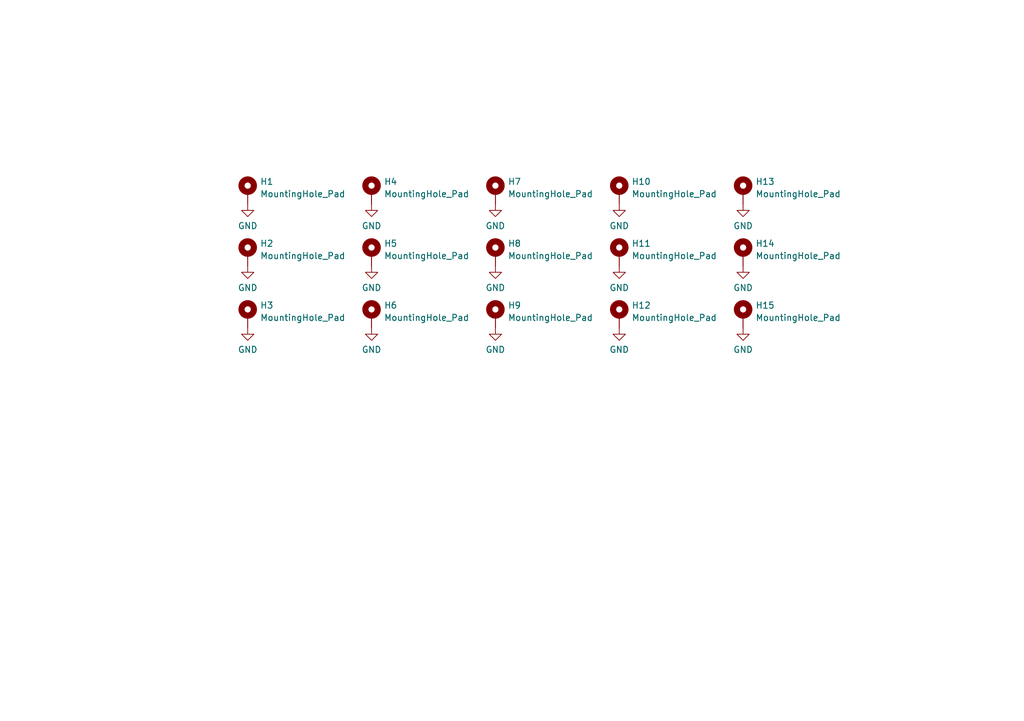
<source format=kicad_sch>
(kicad_sch (version 20211123) (generator eeschema)
  (paper "A5")
  (title_block (title "Envelope-o-Matic") (date "28-08-2022") (rev "1.0") (company "Harry Bissell/Jos Bouten") (comment 1 "Kosmo front panel by TimMJN"))
  (lib_symbols
    (symbol "Mechanical:MountingHole_Pad" (pin_numbers hide) (pin_names (offset 1.016) hide)
      (property "Reference" "H" (at 0 6.35 0))
      (property "Value" "MountingHole_Pad" (at 0 4.445 0))
      (symbol "MountingHole_Pad_0_1"
        (circle (center 0 1.27) (radius 1.27) (stroke (width 1.27)))
      )
      (symbol "MountingHole_Pad_1_1"
        (pin input line (at 0 -2.54 90) (length 2.54) (name "1") (number "1"))
      )
    )
    (symbol "power:GND" (power) (pin_names (offset 0))
      (property "Value" "GND" (at 0 -3.81 0))
      (symbol "GND_0_1"
        (polyline (pts (xy 0 0) (xy 0 -1.27) (xy 1.27 -1.27) (xy 0 -2.54) (xy -1.27 -1.27) (xy 0 -1.27)))
      )
      (symbol "GND_1_1"
        (pin power_in line (at 0 0 270) (length 0) hide (name "GND") (number "1"))
      )
    )
  )
  (symbol (lib_id "Mechanical:MountingHole_Pad") (at 50.8 64.77 0) (unit 1)
    (property "Reference" "H3" (at 53.34 62.6653 0) (effects (justify left)))
    (property "Value" "MountingHole_Pad" (at 53.34 65.2022 0) (effects (justify left)))
    (property "Footprint" "TimMJN:MountingHole_3.2mm_4mm_pad_stitched" (effects hide))
  )
  (symbol (lib_id "Mechanical:MountingHole_Pad") (at 127 64.77 0) (unit 1)
    (property "Reference" "H12" (at 129.54 62.6653 0) (effects (justify left)))
    (property "Value" "MountingHole_Pad" (at 129.54 65.2022 0) (effects (justify left)))
    (property "Footprint" "TimMJN:MountingHole_6.5mm_8.5mm_pad_stitched" (effects hide))
  )
  (symbol (lib_id "Mechanical:MountingHole_Pad") (at 127 52.07 0) (unit 1)
    (property "Reference" "H11" (at 129.54 49.9653 0) (effects (justify left)))
    (property "Value" "MountingHole_Pad" (at 129.54 52.5022 0) (effects (justify left)))
    (property "Footprint" "TimMJN:MountingHole_10mm_14mm_pad_stitched" (effects hide))
  )
  (symbol (lib_id "power:GND") (at 50.8 41.91 0) (unit 1)
    (property "Reference" "#PWR01" (effects hide))
    (property "Value" "GND" (at 50.8 46.3534 0))
  )
  (symbol (lib_id "Mechanical:MountingHole_Pad") (at 101.6 52.07 0) (unit 1)
    (property "Reference" "H8" (at 104.14 49.9653 0) (effects (justify left)))
    (property "Value" "MountingHole_Pad" (at 104.14 52.5022 0) (effects (justify left)))
    (property "Footprint" "TimMJN:MountingHole_10mm_14mm_pad_stitched" (effects hide))
  )
  (symbol (lib_id "power:GND") (at 76.2 54.61 0) (unit 1)
    (property "Reference" "#PWR05" (effects hide))
    (property "Value" "GND" (at 76.2 59.0534 0))
  )
  (symbol (lib_id "Mechanical:MountingHole_Pad") (at 76.2 52.07 0) (unit 1)
    (property "Reference" "H5" (at 78.74 49.9653 0) (effects (justify left)))
    (property "Value" "MountingHole_Pad" (at 78.74 52.5022 0) (effects (justify left)))
    (property "Footprint" "TimMJN:MountingHole_8mm_10mm_pad_stitched" (effects hide))
  )
  (symbol (lib_id "power:GND") (at 50.8 67.31 0) (unit 1)
    (property "Reference" "#PWR03" (effects hide))
    (property "Value" "GND" (at 50.8 71.7534 0))
  )
  (symbol (lib_id "power:GND") (at 76.2 41.91 0) (unit 1)
    (property "Reference" "#PWR04" (effects hide))
    (property "Value" "GND" (at 76.2 46.3534 0))
  )
  (symbol (lib_id "power:GND") (at 101.6 54.61 0) (unit 1)
    (property "Reference" "#PWR08" (effects hide))
    (property "Value" "GND" (at 101.6 59.0534 0))
  )
  (symbol (lib_id "power:GND") (at 101.6 41.91 0) (unit 1)
    (property "Reference" "#PWR07" (effects hide))
    (property "Value" "GND" (at 101.6 46.3534 0))
  )
  (symbol (lib_id "power:GND") (at 127 67.31 0) (unit 1)
    (property "Reference" "#PWR012" (effects hide))
    (property "Value" "GND" (at 127 71.7534 0))
  )
  (symbol (lib_id "Mechanical:MountingHole_Pad") (at 127 39.37 0) (unit 1)
    (property "Reference" "H10" (at 129.54 37.2653 0) (effects (justify left)))
    (property "Value" "MountingHole_Pad" (at 129.54 39.8022 0) (effects (justify left)))
    (property "Footprint" "TimMJN:MountingHole_10mm_14mm_pad_stitched" (effects hide))
  )
  (symbol (lib_id "Mechanical:MountingHole_Pad") (at 76.2 39.37 0) (unit 1)
    (property "Reference" "H4" (at 78.74 37.2653 0) (effects (justify left)))
    (property "Value" "MountingHole_Pad" (at 78.74 39.8022 0) (effects (justify left)))
    (property "Footprint" "TimMJN:MountingHole_3.2mm_4mm_pad_stitched" (effects hide))
  )
  (symbol (lib_id "power:GND") (at 127 54.61 0) (unit 1)
    (property "Reference" "#PWR011" (effects hide))
    (property "Value" "GND" (at 127 59.0534 0))
  )
  (symbol (lib_id "power:GND") (at 152.4 54.61 0) (unit 1)
    (property "Reference" "#PWR014" (effects hide))
    (property "Value" "GND" (at 152.4 59.0534 0))
  )
  (symbol (lib_id "Mechanical:MountingHole_Pad") (at 50.8 52.07 0) (unit 1)
    (property "Reference" "H2" (at 53.34 49.9653 0) (effects (justify left)))
    (property "Value" "MountingHole_Pad" (at 53.34 52.5022 0) (effects (justify left)))
    (property "Footprint" "TimMJN:MountingHole_3.2mm_4mm_pad_stitched" (effects hide))
  )
  (symbol (lib_id "Mechanical:MountingHole_Pad") (at 152.4 52.07 0) (unit 1)
    (property "Reference" "H14" (at 154.94 49.9653 0) (effects (justify left)))
    (property "Value" "MountingHole_Pad" (at 154.94 52.5022 0) (effects (justify left)))
    (property "Footprint" "TimMJN:MountingHole_7mm_9mm_pad_stitched" (effects hide))
  )
  (symbol (lib_id "power:GND") (at 152.4 67.31 0) (unit 1)
    (property "Reference" "#PWR015" (effects hide))
    (property "Value" "GND" (at 152.4 71.7534 0))
  )
  (symbol (lib_id "Mechanical:MountingHole_Pad") (at 152.4 39.37 0) (unit 1)
    (property "Reference" "H13" (at 154.94 37.2653 0) (effects (justify left)))
    (property "Value" "MountingHole_Pad" (at 154.94 39.8022 0) (effects (justify left)))
    (property "Footprint" "TimMJN:MountingHole_7mm_9mm_pad_stitched" (effects hide))
  )
  (symbol (lib_id "Mechanical:MountingHole_Pad") (at 50.8 39.37 0) (unit 1)
    (property "Reference" "H1" (at 53.34 37.2653 0) (effects (justify left)))
    (property "Value" "MountingHole_Pad" (at 53.34 39.8022 0) (effects (justify left)))
    (property "Footprint" "TimMJN:MountingHole_3.2mm_4mm_pad_stitched" (effects hide))
  )
  (symbol (lib_id "power:GND") (at 101.6 67.31 0) (unit 1)
    (property "Reference" "#PWR09" (effects hide))
    (property "Value" "GND" (at 101.6 71.7534 0))
  )
  (symbol (lib_id "Mechanical:MountingHole_Pad") (at 101.6 39.37 0) (unit 1)
    (property "Reference" "H7" (at 104.14 37.2653 0) (effects (justify left)))
    (property "Value" "MountingHole_Pad" (at 104.14 39.8022 0) (effects (justify left)))
    (property "Footprint" "TimMJN:MountingHole_8mm_10mm_pad_stitched" (effects hide))
  )
  (symbol (lib_id "power:GND") (at 50.8 54.61 0) (unit 1)
    (property "Reference" "#PWR02" (effects hide))
    (property "Value" "GND" (at 50.8 59.0534 0))
  )
  (symbol (lib_id "Mechanical:MountingHole_Pad") (at 76.2 64.77 0) (unit 1)
    (property "Reference" "H6" (at 78.74 62.6653 0) (effects (justify left)))
    (property "Value" "MountingHole_Pad" (at 78.74 65.2022 0) (effects (justify left)))
    (property "Footprint" "TimMJN:MountingHole_8mm_10mm_pad_stitched" (effects hide))
  )
  (symbol (lib_id "power:GND") (at 127 41.91 0) (unit 1)
    (property "Reference" "#PWR010" (effects hide))
    (property "Value" "GND" (at 127 46.3534 0))
  )
  (symbol (lib_id "power:GND") (at 152.4 41.91 0) (unit 1)
    (property "Reference" "#PWR013" (effects hide))
    (property "Value" "GND" (at 152.4 46.3534 0))
  )
  (symbol (lib_id "Mechanical:MountingHole_Pad") (at 152.4 64.77 0) (unit 1)
    (property "Reference" "H15" (at 154.94 62.6653 0) (effects (justify left)))
    (property "Value" "MountingHole_Pad" (at 154.94 65.2022 0) (effects (justify left)))
    (property "Footprint" "TimMJN:MountingHole_7mm_9mm_pad_stitched" (effects hide))
  )
  (symbol (lib_id "Mechanical:MountingHole_Pad") (at 101.6 64.77 0) (unit 1)
    (property "Reference" "H9" (at 104.14 62.6653 0) (effects (justify left)))
    (property "Value" "MountingHole_Pad" (at 104.14 65.2022 0) (effects (justify left)))
    (property "Footprint" "TimMJN:MountingHole_10mm_14mm_pad_stitched" (effects hide))
  )
  (symbol (lib_id "power:GND") (at 76.2 67.31 0) (unit 1)
    (property "Reference" "#PWR06" (effects hide))
    (property "Value" "GND" (at 76.2 71.7534 0))
  )
)
</source>
